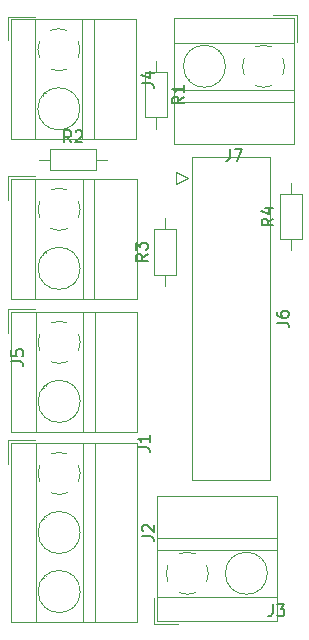
<source format=gbr>
%TF.GenerationSoftware,KiCad,Pcbnew,8.0.5*%
%TF.CreationDate,2024-09-26T12:03:32+03:30*%
%TF.ProjectId,rolup,726f6c75-702e-46b6-9963-61645f706362,rev?*%
%TF.SameCoordinates,Original*%
%TF.FileFunction,Legend,Top*%
%TF.FilePolarity,Positive*%
%FSLAX46Y46*%
G04 Gerber Fmt 4.6, Leading zero omitted, Abs format (unit mm)*
G04 Created by KiCad (PCBNEW 8.0.5) date 2024-09-26 12:03:32*
%MOMM*%
%LPD*%
G01*
G04 APERTURE LIST*
%ADD10C,0.150000*%
%ADD11C,0.120000*%
G04 APERTURE END LIST*
D10*
X38139819Y-70608333D02*
X38854104Y-70608333D01*
X38854104Y-70608333D02*
X38996961Y-70655952D01*
X38996961Y-70655952D02*
X39092200Y-70751190D01*
X39092200Y-70751190D02*
X39139819Y-70894047D01*
X39139819Y-70894047D02*
X39139819Y-70989285D01*
X38473152Y-69703571D02*
X39139819Y-69703571D01*
X38092200Y-69941666D02*
X38806485Y-70179761D01*
X38806485Y-70179761D02*
X38806485Y-69560714D01*
X49284819Y-82066666D02*
X48808628Y-82399999D01*
X49284819Y-82638094D02*
X48284819Y-82638094D01*
X48284819Y-82638094D02*
X48284819Y-82257142D01*
X48284819Y-82257142D02*
X48332438Y-82161904D01*
X48332438Y-82161904D02*
X48380057Y-82114285D01*
X48380057Y-82114285D02*
X48475295Y-82066666D01*
X48475295Y-82066666D02*
X48618152Y-82066666D01*
X48618152Y-82066666D02*
X48713390Y-82114285D01*
X48713390Y-82114285D02*
X48761009Y-82161904D01*
X48761009Y-82161904D02*
X48808628Y-82257142D01*
X48808628Y-82257142D02*
X48808628Y-82638094D01*
X48618152Y-81209523D02*
X49284819Y-81209523D01*
X48237200Y-81447618D02*
X48951485Y-81685713D01*
X48951485Y-81685713D02*
X48951485Y-81066666D01*
X41724819Y-71741666D02*
X41248628Y-72074999D01*
X41724819Y-72313094D02*
X40724819Y-72313094D01*
X40724819Y-72313094D02*
X40724819Y-71932142D01*
X40724819Y-71932142D02*
X40772438Y-71836904D01*
X40772438Y-71836904D02*
X40820057Y-71789285D01*
X40820057Y-71789285D02*
X40915295Y-71741666D01*
X40915295Y-71741666D02*
X41058152Y-71741666D01*
X41058152Y-71741666D02*
X41153390Y-71789285D01*
X41153390Y-71789285D02*
X41201009Y-71836904D01*
X41201009Y-71836904D02*
X41248628Y-71932142D01*
X41248628Y-71932142D02*
X41248628Y-72313094D01*
X41724819Y-70789285D02*
X41724819Y-71360713D01*
X41724819Y-71074999D02*
X40724819Y-71074999D01*
X40724819Y-71074999D02*
X40867676Y-71170237D01*
X40867676Y-71170237D02*
X40962914Y-71265475D01*
X40962914Y-71265475D02*
X41010533Y-71360713D01*
X49579819Y-90878333D02*
X50294104Y-90878333D01*
X50294104Y-90878333D02*
X50436961Y-90925952D01*
X50436961Y-90925952D02*
X50532200Y-91021190D01*
X50532200Y-91021190D02*
X50579819Y-91164047D01*
X50579819Y-91164047D02*
X50579819Y-91259285D01*
X49579819Y-89973571D02*
X49579819Y-90164047D01*
X49579819Y-90164047D02*
X49627438Y-90259285D01*
X49627438Y-90259285D02*
X49675057Y-90306904D01*
X49675057Y-90306904D02*
X49817914Y-90402142D01*
X49817914Y-90402142D02*
X50008390Y-90449761D01*
X50008390Y-90449761D02*
X50389342Y-90449761D01*
X50389342Y-90449761D02*
X50484580Y-90402142D01*
X50484580Y-90402142D02*
X50532200Y-90354523D01*
X50532200Y-90354523D02*
X50579819Y-90259285D01*
X50579819Y-90259285D02*
X50579819Y-90068809D01*
X50579819Y-90068809D02*
X50532200Y-89973571D01*
X50532200Y-89973571D02*
X50484580Y-89925952D01*
X50484580Y-89925952D02*
X50389342Y-89878333D01*
X50389342Y-89878333D02*
X50151247Y-89878333D01*
X50151247Y-89878333D02*
X50056009Y-89925952D01*
X50056009Y-89925952D02*
X50008390Y-89973571D01*
X50008390Y-89973571D02*
X49960771Y-90068809D01*
X49960771Y-90068809D02*
X49960771Y-90259285D01*
X49960771Y-90259285D02*
X50008390Y-90354523D01*
X50008390Y-90354523D02*
X50056009Y-90402142D01*
X50056009Y-90402142D02*
X50151247Y-90449761D01*
X37814819Y-101433333D02*
X38529104Y-101433333D01*
X38529104Y-101433333D02*
X38671961Y-101480952D01*
X38671961Y-101480952D02*
X38767200Y-101576190D01*
X38767200Y-101576190D02*
X38814819Y-101719047D01*
X38814819Y-101719047D02*
X38814819Y-101814285D01*
X38814819Y-100433333D02*
X38814819Y-101004761D01*
X38814819Y-100719047D02*
X37814819Y-100719047D01*
X37814819Y-100719047D02*
X37957676Y-100814285D01*
X37957676Y-100814285D02*
X38052914Y-100909523D01*
X38052914Y-100909523D02*
X38100533Y-101004761D01*
X49226666Y-114729819D02*
X49226666Y-115444104D01*
X49226666Y-115444104D02*
X49179047Y-115586961D01*
X49179047Y-115586961D02*
X49083809Y-115682200D01*
X49083809Y-115682200D02*
X48940952Y-115729819D01*
X48940952Y-115729819D02*
X48845714Y-115729819D01*
X49607619Y-114729819D02*
X50226666Y-114729819D01*
X50226666Y-114729819D02*
X49893333Y-115110771D01*
X49893333Y-115110771D02*
X50036190Y-115110771D01*
X50036190Y-115110771D02*
X50131428Y-115158390D01*
X50131428Y-115158390D02*
X50179047Y-115206009D01*
X50179047Y-115206009D02*
X50226666Y-115301247D01*
X50226666Y-115301247D02*
X50226666Y-115539342D01*
X50226666Y-115539342D02*
X50179047Y-115634580D01*
X50179047Y-115634580D02*
X50131428Y-115682200D01*
X50131428Y-115682200D02*
X50036190Y-115729819D01*
X50036190Y-115729819D02*
X49750476Y-115729819D01*
X49750476Y-115729819D02*
X49655238Y-115682200D01*
X49655238Y-115682200D02*
X49607619Y-115634580D01*
X45616666Y-76189819D02*
X45616666Y-76904104D01*
X45616666Y-76904104D02*
X45569047Y-77046961D01*
X45569047Y-77046961D02*
X45473809Y-77142200D01*
X45473809Y-77142200D02*
X45330952Y-77189819D01*
X45330952Y-77189819D02*
X45235714Y-77189819D01*
X45997619Y-76189819D02*
X46664285Y-76189819D01*
X46664285Y-76189819D02*
X46235714Y-77189819D01*
X38634819Y-85066666D02*
X38158628Y-85399999D01*
X38634819Y-85638094D02*
X37634819Y-85638094D01*
X37634819Y-85638094D02*
X37634819Y-85257142D01*
X37634819Y-85257142D02*
X37682438Y-85161904D01*
X37682438Y-85161904D02*
X37730057Y-85114285D01*
X37730057Y-85114285D02*
X37825295Y-85066666D01*
X37825295Y-85066666D02*
X37968152Y-85066666D01*
X37968152Y-85066666D02*
X38063390Y-85114285D01*
X38063390Y-85114285D02*
X38111009Y-85161904D01*
X38111009Y-85161904D02*
X38158628Y-85257142D01*
X38158628Y-85257142D02*
X38158628Y-85638094D01*
X37634819Y-84733332D02*
X37634819Y-84114285D01*
X37634819Y-84114285D02*
X38015771Y-84447618D01*
X38015771Y-84447618D02*
X38015771Y-84304761D01*
X38015771Y-84304761D02*
X38063390Y-84209523D01*
X38063390Y-84209523D02*
X38111009Y-84161904D01*
X38111009Y-84161904D02*
X38206247Y-84114285D01*
X38206247Y-84114285D02*
X38444342Y-84114285D01*
X38444342Y-84114285D02*
X38539580Y-84161904D01*
X38539580Y-84161904D02*
X38587200Y-84209523D01*
X38587200Y-84209523D02*
X38634819Y-84304761D01*
X38634819Y-84304761D02*
X38634819Y-84590475D01*
X38634819Y-84590475D02*
X38587200Y-84685713D01*
X38587200Y-84685713D02*
X38539580Y-84733332D01*
X32158333Y-75609819D02*
X31825000Y-75133628D01*
X31586905Y-75609819D02*
X31586905Y-74609819D01*
X31586905Y-74609819D02*
X31967857Y-74609819D01*
X31967857Y-74609819D02*
X32063095Y-74657438D01*
X32063095Y-74657438D02*
X32110714Y-74705057D01*
X32110714Y-74705057D02*
X32158333Y-74800295D01*
X32158333Y-74800295D02*
X32158333Y-74943152D01*
X32158333Y-74943152D02*
X32110714Y-75038390D01*
X32110714Y-75038390D02*
X32063095Y-75086009D01*
X32063095Y-75086009D02*
X31967857Y-75133628D01*
X31967857Y-75133628D02*
X31586905Y-75133628D01*
X32539286Y-74705057D02*
X32586905Y-74657438D01*
X32586905Y-74657438D02*
X32682143Y-74609819D01*
X32682143Y-74609819D02*
X32920238Y-74609819D01*
X32920238Y-74609819D02*
X33015476Y-74657438D01*
X33015476Y-74657438D02*
X33063095Y-74705057D01*
X33063095Y-74705057D02*
X33110714Y-74800295D01*
X33110714Y-74800295D02*
X33110714Y-74895533D01*
X33110714Y-74895533D02*
X33063095Y-75038390D01*
X33063095Y-75038390D02*
X32491667Y-75609819D01*
X32491667Y-75609819D02*
X33110714Y-75609819D01*
X38164819Y-108983333D02*
X38879104Y-108983333D01*
X38879104Y-108983333D02*
X39021961Y-109030952D01*
X39021961Y-109030952D02*
X39117200Y-109126190D01*
X39117200Y-109126190D02*
X39164819Y-109269047D01*
X39164819Y-109269047D02*
X39164819Y-109364285D01*
X38260057Y-108554761D02*
X38212438Y-108507142D01*
X38212438Y-108507142D02*
X38164819Y-108411904D01*
X38164819Y-108411904D02*
X38164819Y-108173809D01*
X38164819Y-108173809D02*
X38212438Y-108078571D01*
X38212438Y-108078571D02*
X38260057Y-108030952D01*
X38260057Y-108030952D02*
X38355295Y-107983333D01*
X38355295Y-107983333D02*
X38450533Y-107983333D01*
X38450533Y-107983333D02*
X38593390Y-108030952D01*
X38593390Y-108030952D02*
X39164819Y-108602380D01*
X39164819Y-108602380D02*
X39164819Y-107983333D01*
X27094819Y-94153333D02*
X27809104Y-94153333D01*
X27809104Y-94153333D02*
X27951961Y-94200952D01*
X27951961Y-94200952D02*
X28047200Y-94296190D01*
X28047200Y-94296190D02*
X28094819Y-94439047D01*
X28094819Y-94439047D02*
X28094819Y-94534285D01*
X27094819Y-93200952D02*
X27094819Y-93677142D01*
X27094819Y-93677142D02*
X27571009Y-93724761D01*
X27571009Y-93724761D02*
X27523390Y-93677142D01*
X27523390Y-93677142D02*
X27475771Y-93581904D01*
X27475771Y-93581904D02*
X27475771Y-93343809D01*
X27475771Y-93343809D02*
X27523390Y-93248571D01*
X27523390Y-93248571D02*
X27571009Y-93200952D01*
X27571009Y-93200952D02*
X27666247Y-93153333D01*
X27666247Y-93153333D02*
X27904342Y-93153333D01*
X27904342Y-93153333D02*
X27999580Y-93200952D01*
X27999580Y-93200952D02*
X28047200Y-93248571D01*
X28047200Y-93248571D02*
X28094819Y-93343809D01*
X28094819Y-93343809D02*
X28094819Y-93581904D01*
X28094819Y-93581904D02*
X28047200Y-93677142D01*
X28047200Y-93677142D02*
X27999580Y-93724761D01*
D11*
%TO.C,J4*%
X26825000Y-64975000D02*
X26825000Y-66975000D01*
X27065000Y-65215000D02*
X27065000Y-75335000D01*
X29065000Y-64975000D02*
X26825000Y-64975000D01*
X29125000Y-65215000D02*
X29125000Y-75335000D01*
X29800000Y-71667000D02*
X29775000Y-71643000D01*
X30042000Y-71475000D02*
X29992000Y-71425000D01*
X32258000Y-74125000D02*
X32208000Y-74076000D01*
X32475000Y-73908000D02*
X32451000Y-73883000D01*
X33125000Y-65215000D02*
X33125000Y-75335000D01*
X34125000Y-65215000D02*
X34125000Y-75335000D01*
X37685000Y-65215000D02*
X27065000Y-65215000D01*
X37685000Y-65215000D02*
X37685000Y-75335000D01*
X37685000Y-75335000D02*
X27065000Y-75335000D01*
X29344610Y-67805814D02*
G75*
G02*
X29486000Y-67079000I1780376J30816D01*
G01*
X29486501Y-68470501D02*
G75*
G02*
X29345000Y-67775000I1638501J695501D01*
G01*
X30429484Y-66135794D02*
G75*
G02*
X31821000Y-66136000I695515J-1639201D01*
G01*
X31820516Y-69414206D02*
G75*
G02*
X30429000Y-69414000I-695516J1639206D01*
G01*
X32764206Y-67079484D02*
G75*
G02*
X32764000Y-68471000I-1639201J-695515D01*
G01*
X32905000Y-72775000D02*
G75*
G02*
X29345000Y-72775000I-1780000J0D01*
G01*
X29345000Y-72775000D02*
G75*
G02*
X32905000Y-72775000I1780000J0D01*
G01*
%TO.C,R4*%
X49830000Y-79980000D02*
X49830000Y-83820000D01*
X49830000Y-83820000D02*
X51670000Y-83820000D01*
X50750000Y-79030000D02*
X50750000Y-79980000D01*
X50750000Y-84770000D02*
X50750000Y-83820000D01*
X51670000Y-79980000D02*
X49830000Y-79980000D01*
X51670000Y-83820000D02*
X51670000Y-79980000D01*
%TO.C,R1*%
X38430000Y-69655000D02*
X38430000Y-73495000D01*
X38430000Y-73495000D02*
X40270000Y-73495000D01*
X39350000Y-68705000D02*
X39350000Y-69655000D01*
X39350000Y-74445000D02*
X39350000Y-73495000D01*
X40270000Y-69655000D02*
X38430000Y-69655000D01*
X40270000Y-73495000D02*
X40270000Y-69655000D01*
%TO.C,J6*%
X41025000Y-78165000D02*
X42025000Y-78665000D01*
X41025000Y-79165000D02*
X41025000Y-78165000D01*
X42025000Y-78665000D02*
X41025000Y-79165000D01*
X42415000Y-76885000D02*
X42415000Y-90545000D01*
X42415000Y-104205000D02*
X42415000Y-90545000D01*
X49035000Y-76885000D02*
X42415000Y-76885000D01*
X49035000Y-90545000D02*
X49035000Y-76885000D01*
X49035000Y-90545000D02*
X49035000Y-104205000D01*
X49035000Y-104205000D02*
X42415000Y-104205000D01*
%TO.C,J1*%
X32930000Y-97550000D02*
G75*
G02*
X29370000Y-97550000I-1780000J0D01*
G01*
X29370000Y-97550000D02*
G75*
G02*
X32930000Y-97550000I1780000J0D01*
G01*
X32789206Y-91854484D02*
G75*
G02*
X32789000Y-93246000I-1639201J-695515D01*
G01*
X31845516Y-94189206D02*
G75*
G02*
X30454000Y-94189000I-695516J1639206D01*
G01*
X30454484Y-90910794D02*
G75*
G02*
X31846000Y-90911000I695515J-1639201D01*
G01*
X29511501Y-93245501D02*
G75*
G02*
X29370000Y-92550000I1638501J695501D01*
G01*
X29369610Y-92580814D02*
G75*
G02*
X29511000Y-91854000I1780376J30816D01*
G01*
X37710000Y-100110000D02*
X27090000Y-100110000D01*
X37710000Y-89990000D02*
X37710000Y-100110000D01*
X37710000Y-89990000D02*
X27090000Y-89990000D01*
X34150000Y-89990000D02*
X34150000Y-100110000D01*
X33150000Y-89990000D02*
X33150000Y-100110000D01*
X32500000Y-98683000D02*
X32476000Y-98658000D01*
X32283000Y-98900000D02*
X32233000Y-98851000D01*
X30067000Y-96250000D02*
X30017000Y-96200000D01*
X29825000Y-96442000D02*
X29800000Y-96418000D01*
X29150000Y-89990000D02*
X29150000Y-100110000D01*
X29090000Y-89750000D02*
X26850000Y-89750000D01*
X27090000Y-89990000D02*
X27090000Y-100110000D01*
X26850000Y-89750000D02*
X26850000Y-91750000D01*
%TO.C,J3*%
X39200000Y-114160000D02*
X39200000Y-116400000D01*
X39200000Y-116400000D02*
X41200000Y-116400000D01*
X39440000Y-105540000D02*
X39440000Y-116160000D01*
X39440000Y-105540000D02*
X49560000Y-105540000D01*
X39440000Y-109100000D02*
X49560000Y-109100000D01*
X39440000Y-110100000D02*
X49560000Y-110100000D01*
X39440000Y-114100000D02*
X49560000Y-114100000D01*
X39440000Y-116160000D02*
X49560000Y-116160000D01*
X45700000Y-113183000D02*
X45650000Y-113233000D01*
X45892000Y-113425000D02*
X45868000Y-113450000D01*
X48133000Y-110750000D02*
X48108000Y-110774000D01*
X48350000Y-110967000D02*
X48301000Y-111017000D01*
X49560000Y-105540000D02*
X49560000Y-116160000D01*
X40360794Y-112795516D02*
G75*
G02*
X40361000Y-111404000I1639201J695515D01*
G01*
X41304484Y-110460794D02*
G75*
G02*
X42696000Y-110461000I695515J-1639201D01*
G01*
X42030814Y-113880390D02*
G75*
G02*
X41304000Y-113739000I-30816J1780376D01*
G01*
X42695501Y-113738499D02*
G75*
G02*
X42000000Y-113880000I-695501J1638501D01*
G01*
X43639206Y-111404484D02*
G75*
G02*
X43639000Y-112796000I-1639206J-695516D01*
G01*
X48780000Y-112100000D02*
G75*
G02*
X45220000Y-112100000I-1780000J0D01*
G01*
X45220000Y-112100000D02*
G75*
G02*
X48780000Y-112100000I1780000J0D01*
G01*
%TO.C,J7*%
X40890000Y-75735000D02*
X40890000Y-65115000D01*
X42100000Y-70308000D02*
X42149000Y-70258000D01*
X42317000Y-70525000D02*
X42342000Y-70501000D01*
X44558000Y-67850000D02*
X44582000Y-67825000D01*
X44750000Y-68092000D02*
X44800000Y-68042000D01*
X51010000Y-65115000D02*
X40890000Y-65115000D01*
X51010000Y-67175000D02*
X40890000Y-67175000D01*
X51010000Y-71175000D02*
X40890000Y-71175000D01*
X51010000Y-72175000D02*
X40890000Y-72175000D01*
X51010000Y-75735000D02*
X40890000Y-75735000D01*
X51010000Y-75735000D02*
X51010000Y-65115000D01*
X51250000Y-64875000D02*
X49250000Y-64875000D01*
X51250000Y-67115000D02*
X51250000Y-64875000D01*
X46810794Y-69870516D02*
G75*
G02*
X46811000Y-68479000I1639206J695516D01*
G01*
X47754499Y-67536501D02*
G75*
G02*
X48450000Y-67395000I695501J-1638501D01*
G01*
X48419186Y-67394610D02*
G75*
G02*
X49146000Y-67536000I30816J-1780376D01*
G01*
X49145516Y-70814206D02*
G75*
G02*
X47754000Y-70814000I-695515J1639201D01*
G01*
X50089206Y-68479484D02*
G75*
G02*
X50089000Y-69871000I-1639201J-695515D01*
G01*
X45230000Y-69175000D02*
G75*
G02*
X41670000Y-69175000I-1780000J0D01*
G01*
X41670000Y-69175000D02*
G75*
G02*
X45230000Y-69175000I1780000J0D01*
G01*
%TO.C,R3*%
X39180000Y-82980000D02*
X39180000Y-86820000D01*
X39180000Y-86820000D02*
X41020000Y-86820000D01*
X40100000Y-82030000D02*
X40100000Y-82980000D01*
X40100000Y-87770000D02*
X40100000Y-86820000D01*
X41020000Y-82980000D02*
X39180000Y-82980000D01*
X41020000Y-86820000D02*
X41020000Y-82980000D01*
%TO.C,R2*%
X35195000Y-77075000D02*
X34245000Y-77075000D01*
X34245000Y-77995000D02*
X34245000Y-76155000D01*
X34245000Y-76155000D02*
X30405000Y-76155000D01*
X30405000Y-77995000D02*
X34245000Y-77995000D01*
X30405000Y-76155000D02*
X30405000Y-77995000D01*
X29455000Y-77075000D02*
X30405000Y-77075000D01*
%TO.C,J2*%
X26850000Y-100850000D02*
X26850000Y-102850000D01*
X27090000Y-101090000D02*
X27090000Y-116210000D01*
X29090000Y-100850000D02*
X26850000Y-100850000D01*
X29150000Y-101090000D02*
X29150000Y-116210000D01*
X29825000Y-107542000D02*
X29800000Y-107518000D01*
X29825000Y-112542000D02*
X29800000Y-112518000D01*
X30067000Y-107350000D02*
X30017000Y-107300000D01*
X30067000Y-112350000D02*
X30017000Y-112300000D01*
X32283000Y-110000000D02*
X32233000Y-109951000D01*
X32283000Y-115000000D02*
X32233000Y-114951000D01*
X32500000Y-109783000D02*
X32476000Y-109758000D01*
X32500000Y-114783000D02*
X32476000Y-114758000D01*
X33150000Y-101090000D02*
X33150000Y-116210000D01*
X34150000Y-101090000D02*
X34150000Y-116210000D01*
X37710000Y-101090000D02*
X27090000Y-101090000D01*
X37710000Y-101090000D02*
X37710000Y-116210000D01*
X37710000Y-116210000D02*
X27090000Y-116210000D01*
X29369610Y-103680814D02*
G75*
G02*
X29511000Y-102954000I1780376J30816D01*
G01*
X29511501Y-104345501D02*
G75*
G02*
X29370000Y-103650000I1638501J695501D01*
G01*
X30454484Y-102010794D02*
G75*
G02*
X31846000Y-102011000I695515J-1639201D01*
G01*
X31845516Y-105289206D02*
G75*
G02*
X30454000Y-105289000I-695516J1639206D01*
G01*
X32789206Y-102954484D02*
G75*
G02*
X32789000Y-104346000I-1639201J-695515D01*
G01*
X32930000Y-108650000D02*
G75*
G02*
X29370000Y-108650000I-1780000J0D01*
G01*
X29370000Y-108650000D02*
G75*
G02*
X32930000Y-108650000I1780000J0D01*
G01*
X32930000Y-113650000D02*
G75*
G02*
X29370000Y-113650000I-1780000J0D01*
G01*
X29370000Y-113650000D02*
G75*
G02*
X32930000Y-113650000I1780000J0D01*
G01*
%TO.C,J5*%
X26840000Y-78485000D02*
X26840000Y-80485000D01*
X27080000Y-78725000D02*
X27080000Y-88845000D01*
X29080000Y-78485000D02*
X26840000Y-78485000D01*
X29140000Y-78725000D02*
X29140000Y-88845000D01*
X29815000Y-85177000D02*
X29790000Y-85153000D01*
X30057000Y-84985000D02*
X30007000Y-84935000D01*
X32273000Y-87635000D02*
X32223000Y-87586000D01*
X32490000Y-87418000D02*
X32466000Y-87393000D01*
X33140000Y-78725000D02*
X33140000Y-88845000D01*
X34140000Y-78725000D02*
X34140000Y-88845000D01*
X37700000Y-78725000D02*
X27080000Y-78725000D01*
X37700000Y-78725000D02*
X37700000Y-88845000D01*
X37700000Y-88845000D02*
X27080000Y-88845000D01*
X29359610Y-81315814D02*
G75*
G02*
X29501000Y-80589000I1780376J30816D01*
G01*
X29501501Y-81980501D02*
G75*
G02*
X29360000Y-81285000I1638501J695501D01*
G01*
X30444484Y-79645794D02*
G75*
G02*
X31836000Y-79646000I695515J-1639201D01*
G01*
X31835516Y-82924206D02*
G75*
G02*
X30444000Y-82924000I-695516J1639206D01*
G01*
X32779206Y-80589484D02*
G75*
G02*
X32779000Y-81981000I-1639201J-695515D01*
G01*
X32920000Y-86285000D02*
G75*
G02*
X29360000Y-86285000I-1780000J0D01*
G01*
X29360000Y-86285000D02*
G75*
G02*
X32920000Y-86285000I1780000J0D01*
G01*
%TD*%
M02*

</source>
